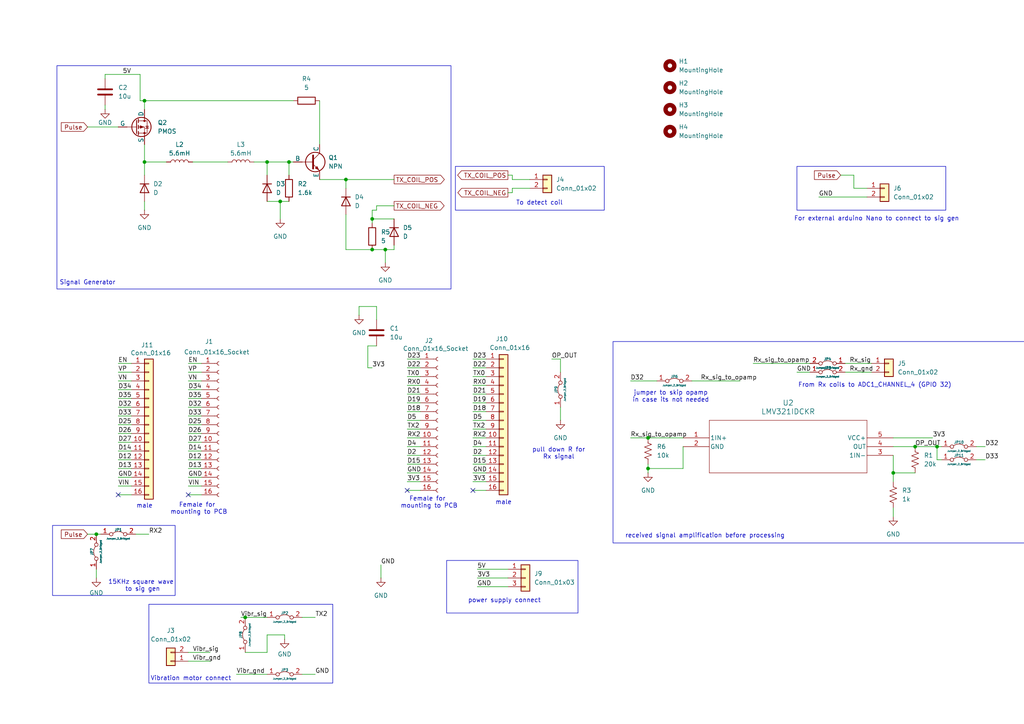
<source format=kicad_sch>
(kicad_sch (version 20231120) (generator "eeschema") (generator_version "8.0")
  (paper "A4")
  (lib_symbols
    (symbol "Connector:Conn_01x16_Socket" (pin_names (offset 1.016) hide)
      (property "Reference" "J" (at 0 20.32 0))
      (property "Value" "Conn_01x16_Socket" (at 0 -22.86 0))
      (symbol "Conn_01x16_Socket_1_1"
        (arc (start 0 -19.812) (mid -0.5058 -20.32) (end 0 -20.828) (stroke (width 0.1524)))
        (arc (start 0 -17.272) (mid -0.5058 -17.78) (end 0 -18.288) (stroke (width 0.1524)))
        (arc (start 0 -14.732) (mid -0.5058 -15.24) (end 0 -15.748) (stroke (width 0.1524)))
        (arc (start 0 -12.192) (mid -0.5058 -12.7) (end 0 -13.208) (stroke (width 0.1524)))
        (arc (start 0 -9.652) (mid -0.5058 -10.16) (end 0 -10.668) (stroke (width 0.1524)))
        (arc (start 0 -7.112) (mid -0.5058 -7.62) (end 0 -8.128) (stroke (width 0.1524)))
        (arc (start 0 -4.572) (mid -0.5058 -5.08) (end 0 -5.588) (stroke (width 0.1524)))
        (arc (start 0 -2.032) (mid -0.5058 -2.54) (end 0 -3.048) (stroke (width 0.1524)))
        (polyline (pts (xy -1.27 -20.32) (xy -0.508 -20.32)) (stroke (width 0.1524)))
        (polyline (pts (xy -1.27 -17.78) (xy -0.508 -17.78)) (stroke (width 0.1524)))
        (polyline (pts (xy -1.27 -15.24) (xy -0.508 -15.24)) (stroke (width 0.1524)))
        (polyline (pts (xy -1.27 -12.7) (xy -0.508 -12.7)) (stroke (width 0.1524)))
        (polyline (pts (xy -1.27 -10.16) (xy -0.508 -10.16)) (stroke (width 0.1524)))
        (polyline (pts (xy -1.27 -7.62) (xy -0.508 -7.62)) (stroke (width 0.1524)))
        (polyline (pts (xy -1.27 -5.08) (xy -0.508 -5.08)) (stroke (width 0.1524)))
        (polyline (pts (xy -1.27 -2.54) (xy -0.508 -2.54)) (stroke (width 0.1524)))
        (polyline (pts (xy -1.27 0) (xy -0.508 0)) (stroke (width 0.1524)))
        (polyline (pts (xy -1.27 2.54) (xy -0.508 2.54)) (stroke (width 0.1524)))
        (polyline (pts (xy -1.27 5.08) (xy -0.508 5.08)) (stroke (width 0.1524)))
        (polyline (pts (xy -1.27 7.62) (xy -0.508 7.62)) (stroke (width 0.1524)))
        (polyline (pts (xy -1.27 10.16) (xy -0.508 10.16)) (stroke (width 0.1524)))
        (polyline (pts (xy -1.27 12.7) (xy -0.508 12.7)) (stroke (width 0.1524)))
        (polyline (pts (xy -1.27 15.24) (xy -0.508 15.24)) (stroke (width 0.1524)))
        (polyline (pts (xy -1.27 17.78) (xy -0.508 17.78)) (stroke (width 0.1524)))
        (arc (start 0 0.508) (mid -0.5058 0) (end 0 -0.508) (stroke (width 0.1524)))
        (arc (start 0 3.048) (mid -0.5058 2.54) (end 0 2.032) (stroke (width 0.1524)))
        (arc (start 0 5.588) (mid -0.5058 5.08) (end 0 4.572) (stroke (width 0.1524)))
        (arc (start 0 8.128) (mid -0.5058 7.62) (end 0 7.112) (stroke (width 0.1524)))
        (arc (start 0 10.668) (mid -0.5058 10.16) (end 0 9.652) (stroke (width 0.1524)))
        (arc (start 0 13.208) (mid -0.5058 12.7) (end 0 12.192) (stroke (width 0.1524)))
        (arc (start 0 15.748) (mid -0.5058 15.24) (end 0 14.732) (stroke (width 0.1524)))
        (arc (start 0 18.288) (mid -0.5058 17.78) (end 0 17.272) (stroke (width 0.1524)))
        (pin passive line (at -5.08 17.78 0) (length 3.81) (name "Pin_1") (number "1"))
        (pin passive line (at -5.08 -5.08 0) (length 3.81) (name "Pin_10") (number "10"))
        (pin passive line (at -5.08 -7.62 0) (length 3.81) (name "Pin_11") (number "11"))
        (pin passive line (at -5.08 -10.16 0) (length 3.81) (name "Pin_12") (number "12"))
        (pin passive line (at -5.08 -12.7 0) (length 3.81) (name "Pin_13") (number "13"))
        (pin passive line (at -5.08 -15.24 0) (length 3.81) (name "Pin_14") (number "14"))
        (pin passive line (at -5.08 -17.78 0) (length 3.81) (name "Pin_15") (number "15"))
        (pin passive line (at -5.08 -20.32 0) (length 3.81) (name "Pin_16") (number "16"))
        (pin passive line (at -5.08 15.24 0) (length 3.81) (name "Pin_2") (number "2"))
        (pin passive line (at -5.08 12.7 0) (length 3.81) (name "Pin_3") (number "3"))
        (pin passive line (at -5.08 10.16 0) (length 3.81) (name "Pin_4") (number "4"))
        (pin passive line (at -5.08 7.62 0) (length 3.81) (name "Pin_5") (number "5"))
        (pin passive line (at -5.08 5.08 0) (length 3.81) (name "Pin_6") (number "6"))
        (pin passive line (at -5.08 2.54 0) (length 3.81) (name "Pin_7") (number "7"))
        (pin passive line (at -5.08 0 0) (length 3.81) (name "Pin_8") (number "8"))
        (pin passive line (at -5.08 -2.54 0) (length 3.81) (name "Pin_9") (number "9"))
      )
    )
    (symbol "Connector_Generic:Conn_01x02" (pin_names (offset 1.016) hide)
      (property "Reference" "J" (at 0 2.54 0))
      (property "Value" "Conn_01x02" (at 0 -5.08 0))
      (symbol "Conn_01x02_1_1"
        (rectangle (start -1.27 -2.413) (end 0 -2.667) (stroke (width 0.1524)))
        (rectangle (start -1.27 0.127) (end 0 -0.127) (stroke (width 0.1524)))
        (rectangle (start -1.27 1.27) (end 1.27 -3.81) (stroke (width 0.254)) (fill (type background)))
        (pin passive line (at -5.08 0 0) (length 3.81) (name "Pin_1") (number "1"))
        (pin passive line (at -5.08 -2.54 0) (length 3.81) (name "Pin_2") (number "2"))
      )
    )
    (symbol "Connector_Generic:Conn_01x03" (pin_names (offset 1.016) hide)
      (property "Reference" "J" (at 0 5.08 0))
      (property "Value" "Conn_01x03" (at 0 -5.08 0))
      (symbol "Conn_01x03_1_1"
        (rectangle (start -1.27 -2.413) (end 0 -2.667) (stroke (width 0.1524)))
        (rectangle (start -1.27 0.127) (end 0 -0.127) (stroke (width 0.1524)))
        (rectangle (start -1.27 2.667) (end 0 2.413) (stroke (width 0.1524)))
        (rectangle (start -1.27 3.81) (end 1.27 -3.81) (stroke (width 0.254)) (fill (type background)))
        (pin passive line (at -5.08 2.54 0) (length 3.81) (name "Pin_1") (number "1"))
        (pin passive line (at -5.08 0 0) (length 3.81) (name "Pin_2") (number "2"))
        (pin passive line (at -5.08 -2.54 0) (length 3.81) (name "Pin_3") (number "3"))
      )
    )
    (symbol "Connector_Generic:Conn_01x16" (pin_names (offset 1.016) hide)
      (property "Reference" "J" (at 0 20.32 0))
      (property "Value" "Conn_01x16" (at 0 -22.86 0))
      (symbol "Conn_01x16_1_1"
        (rectangle (start -1.27 -20.193) (end 0 -20.447) (stroke (width 0.1524)))
        (rectangle (start -1.27 -17.653) (end 0 -17.907) (stroke (width 0.1524)))
        (rectangle (start -1.27 -15.113) (end 0 -15.367) (stroke (width 0.1524)))
        (rectangle (start -1.27 -12.573) (end 0 -12.827) (stroke (width 0.1524)))
        (rectangle (start -1.27 -10.033) (end 0 -10.287) (stroke (width 0.1524)))
        (rectangle (start -1.27 -7.493) (end 0 -7.747) (stroke (width 0.1524)))
        (rectangle (start -1.27 -4.953) (end 0 -5.207) (stroke (width 0.1524)))
        (rectangle (start -1.27 -2.413) (end 0 -2.667) (stroke (width 0.1524)))
        (rectangle (start -1.27 0.127) (end 0 -0.127) (stroke (width 0.1524)))
        (rectangle (start -1.27 2.667) (end 0 2.413) (stroke (width 0.1524)))
        (rectangle (start -1.27 5.207) (end 0 4.953) (stroke (width 0.1524)))
        (rectangle (start -1.27 7.747) (end 0 7.493) (stroke (width 0.1524)))
        (rectangle (start -1.27 10.287) (end 0 10.033) (stroke (width 0.1524)))
        (rectangle (start -1.27 12.827) (end 0 12.573) (stroke (width 0.1524)))
        (rectangle (start -1.27 15.367) (end 0 15.113) (stroke (width 0.1524)))
        (rectangle (start -1.27 17.907) (end 0 17.653) (stroke (width 0.1524)))
        (rectangle (start -1.27 19.05) (end 1.27 -21.59) (stroke (width 0.254)) (fill (type background)))
        (pin passive line (at -5.08 17.78 0) (length 3.81) (name "Pin_1") (number "1"))
        (pin passive line (at -5.08 -5.08 0) (length 3.81) (name "Pin_10") (number "10"))
        (pin passive line (at -5.08 -7.62 0) (length 3.81) (name "Pin_11") (number "11"))
        (pin passive line (at -5.08 -10.16 0) (length 3.81) (name "Pin_12") (number "12"))
        (pin passive line (at -5.08 -12.7 0) (length 3.81) (name "Pin_13") (number "13"))
        (pin passive line (at -5.08 -15.24 0) (length 3.81) (name "Pin_14") (number "14"))
        (pin passive line (at -5.08 -17.78 0) (length 3.81) (name "Pin_15") (number "15"))
        (pin passive line (at -5.08 -20.32 0) (length 3.81) (name "Pin_16") (number "16"))
        (pin passive line (at -5.08 15.24 0) (length 3.81) (name "Pin_2") (number "2"))
        (pin passive line (at -5.08 12.7 0) (length 3.81) (name "Pin_3") (number "3"))
        (pin passive line (at -5.08 10.16 0) (length 3.81) (name "Pin_4") (number "4"))
        (pin passive line (at -5.08 7.62 0) (length 3.81) (name "Pin_5") (number "5"))
        (pin passive line (at -5.08 5.08 0) (length 3.81) (name "Pin_6") (number "6"))
        (pin passive line (at -5.08 2.54 0) (length 3.81) (name "Pin_7") (number "7"))
        (pin passive line (at -5.08 0 0) (length 3.81) (name "Pin_8") (number "8"))
        (pin passive line (at -5.08 -2.54 0) (length 3.81) (name "Pin_9") (number "9"))
      )
    )
    (symbol "Device:C" (pin_numbers hide) (pin_names (offset 0.254))
      (property "Reference" "C" (at 0.635 2.54 0))
      (property "Value" "C" (at 0.635 -2.54 0))
      (symbol "C_0_1"
        (polyline (pts (xy -2.032 -0.762) (xy 2.032 -0.762)) (stroke (width 0.508)))
        (polyline (pts (xy -2.032 0.762) (xy 2.032 0.762)) (stroke (width 0.508)))
      )
      (symbol "C_1_1"
        (pin passive line (at 0 3.81 270) (length 2.794) (name "~") (number "1"))
        (pin passive line (at 0 -3.81 90) (length 2.794) (name "~") (number "2"))
      )
    )
    (symbol "Device:D" (pin_numbers hide) (pin_names (offset 1.016) hide)
      (property "Reference" "D" (at 0 2.54 0))
      (property "Value" "D" (at 0 -2.54 0))
      (symbol "D_0_1"
        (polyline (pts (xy -1.27 1.27) (xy -1.27 -1.27)) (stroke (width 0.254)))
        (polyline (pts (xy 1.27 0) (xy -1.27 0)))
        (polyline (pts (xy 1.27 1.27) (xy 1.27 -1.27) (xy -1.27 0) (xy 1.27 1.27)) (stroke (width 0.254)))
      )
      (symbol "D_1_1"
        (pin passive line (at -3.81 0 0) (length 2.54) (name "K") (number "1"))
        (pin passive line (at 3.81 0 180) (length 2.54) (name "A") (number "2"))
      )
    )
    (symbol "Device:L" (pin_numbers hide) (pin_names (offset 1.016) hide)
      (property "Reference" "L" (at -1.27 0 90))
      (property "Value" "L" (at 1.905 0 90))
      (symbol "L_0_1"
        (arc (start 0 -2.54) (mid 0.6323 -1.905) (end 0 -1.27))
        (arc (start 0 -1.27) (mid 0.6323 -0.635) (end 0 0))
        (arc (start 0 0) (mid 0.6323 0.635) (end 0 1.27))
        (arc (start 0 1.27) (mid 0.6323 1.905) (end 0 2.54))
      )
      (symbol "L_1_1"
        (pin passive line (at 0 3.81 270) (length 1.27) (name "1") (number "1"))
        (pin passive line (at 0 -3.81 90) (length 1.27) (name "2") (number "2"))
      )
    )
    (symbol "Device:R" (pin_numbers hide) (pin_names (offset 0))
      (property "Reference" "R" (at 2.032 0 90))
      (property "Value" "R" (at 0 0 90))
      (symbol "R_0_1"
        (rectangle (start -1.016 -2.54) (end 1.016 2.54) (stroke (width 0.254)))
      )
      (symbol "R_1_1"
        (pin passive line (at 0 3.81 270) (length 1.27) (name "~") (number "1"))
        (pin passive line (at 0 -3.81 90) (length 1.27) (name "~") (number "2"))
      )
    )
    (symbol "Device:R_US" (pin_numbers hide) (pin_names (offset 0))
      (property "Reference" "R" (at 2.54 0 90))
      (property "Value" "R_US" (at -2.54 0 90))
      (symbol "R_US_0_1"
        (polyline (pts (xy 0 -2.286) (xy 0 -2.54)))
        (polyline (pts (xy 0 2.286) (xy 0 2.54)))
        (polyline (pts (xy 0 -0.762) (xy 1.016 -1.143) (xy 0 -1.524) (xy -1.016 -1.905) (xy 0 -2.286)))
        (polyline (pts (xy 0 0.762) (xy 1.016 0.381) (xy 0 0) (xy -1.016 -0.381) (xy 0 -0.762)))
        (polyline (pts (xy 0 2.286) (xy 1.016 1.905) (xy 0 1.524) (xy -1.016 1.143) (xy 0 0.762)))
      )
      (symbol "R_US_1_1"
        (pin passive line (at 0 3.81 270) (length 1.27) (name "~") (number "1"))
        (pin passive line (at 0 -3.81 90) (length 1.27) (name "~") (number "2"))
      )
    )
    (symbol "Jumper:Jumper_2_Bridged" (pin_names (offset 0) hide)
      (property "Reference" "JP" (at 0 1.905 0))
      (property "Value" "Jumper_2_Bridged" (at 0 -2.54 0))
      (symbol "Jumper_2_Bridged_0_0"
        (circle (center -2.032 0) (radius 0.508))
        (circle (center 2.032 0) (radius 0.508))
      )
      (symbol "Jumper_2_Bridged_0_1"
        (arc (start 1.524 0.254) (mid 0 0.762) (end -1.524 0.254))
      )
      (symbol "Jumper_2_Bridged_1_1"
        (pin passive line (at -5.08 0 0) (length 2.54) (name "A") (number "1"))
        (pin passive line (at 5.08 0 180) (length 2.54) (name "B") (number "2"))
      )
    )
    (symbol "Mechanical:MountingHole" (pin_names (offset 1.016)) (exclude_from_sim yes) (in_bom no)
      (property "Reference" "H" (at 0 5.08 0))
      (property "Value" "MountingHole" (at 0 3.175 0))
      (symbol "MountingHole_0_1"
        (circle (center 0 0) (radius 1.27) (stroke (width 1.27)))
      )
    )
    (symbol "Simulation_SPICE:NPN" (pin_numbers hide) (pin_names (offset 0))
      (property "Reference" "Q" (at -2.54 7.62 0))
      (property "Value" "NPN" (at -2.54 5.08 0))
      (symbol "NPN_0_1"
        (polyline (pts (xy -2.54 0) (xy 0.635 0)) (stroke (width 0.1524)))
        (polyline (pts (xy 0.635 0.635) (xy 2.54 2.54)))
        (polyline (pts (xy 2.794 -1.27) (xy 2.794 -1.27)) (stroke (width 0.1524)))
        (polyline (pts (xy 2.794 -1.27) (xy 2.794 -1.27)) (stroke (width 0.1524)))
        (polyline (pts (xy 0.635 -0.635) (xy 2.54 -2.54) (xy 2.54 -2.54)))
        (polyline (pts (xy 0.635 1.905) (xy 0.635 -1.905) (xy 0.635 -1.905)) (stroke (width 0.508)))
        (polyline (pts (xy 1.27 -1.778) (xy 1.778 -1.27) (xy 2.286 -2.286) (xy 1.27 -1.778) (xy 1.27 -1.778)) (fill (type outline)))
        (circle (center 1.27 0) (radius 2.8194) (stroke (width 0.254)))
      )
      (symbol "NPN_1_1"
        (pin open_collector line (at 2.54 5.08 270) (length 2.54) (name "C") (number "1"))
        (pin input line (at -5.08 0 0) (length 2.54) (name "B") (number "2"))
        (pin open_emitter line (at 2.54 -5.08 90) (length 2.54) (name "E") (number "3"))
      )
    )
    (symbol "Simulation_SPICE:PMOS" (pin_numbers hide) (pin_names (offset 0))
      (property "Reference" "Q" (at 5.08 1.27 0))
      (property "Value" "PMOS" (at 5.08 -1.27 0))
      (symbol "PMOS_0_1"
        (polyline (pts (xy 0.254 0) (xy -2.54 0)))
        (polyline (pts (xy 0.254 1.905) (xy 0.254 -1.905)) (stroke (width 0.254)))
        (polyline (pts (xy 0.762 -1.27) (xy 0.762 -2.286)) (stroke (width 0.254)))
        (polyline (pts (xy 0.762 0.508) (xy 0.762 -0.508)) (stroke (width 0.254)))
        (polyline (pts (xy 0.762 2.286) (xy 0.762 1.27)) (stroke (width 0.254)))
        (polyline (pts (xy 2.54 2.54) (xy 2.54 1.778)))
        (polyline (pts (xy 2.54 -2.54) (xy 2.54 0) (xy 0.762 0)))
        (polyline (pts (xy 0.762 1.778) (xy 3.302 1.778) (xy 3.302 -1.778) (xy 0.762 -1.778)))
        (polyline (pts (xy 2.286 0) (xy 1.27 0.381) (xy 1.27 -0.381) (xy 2.286 0)) (fill (type outline)))
        (polyline (pts (xy 2.794 -0.508) (xy 2.921 -0.381) (xy 3.683 -0.381) (xy 3.81 -0.254)))
        (polyline (pts (xy 3.302 -0.381) (xy 2.921 0.254) (xy 3.683 0.254) (xy 3.302 -0.381)))
        (circle (center 1.651 0) (radius 2.794) (stroke (width 0.254)))
        (circle (center 2.54 -1.778) (radius 0.254) (fill (type outline)))
        (circle (center 2.54 1.778) (radius 0.254) (fill (type outline)))
      )
      (symbol "PMOS_1_1"
        (pin passive line (at 2.54 5.08 270) (length 2.54) (name "D") (number "1"))
        (pin input line (at -5.08 0 0) (length 2.54) (name "G") (number "2"))
        (pin passive line (at 2.54 -5.08 90) (length 2.54) (name "S") (number "3"))
      )
    )
    (symbol "opamp_5pin:LMV321IDCKR" (pin_names (offset 0.254))
      (property "Reference" "U" (at 30.48 10.16 0))
      (property "Value" "LMV321IDCKR" (at 30.48 7.62 0))
      (symbol "LMV321IDCKR_0_1"
        (polyline (pts (xy 7.62 -10.16) (xy 53.34 -10.16)) (stroke (width 0.127)))
        (polyline (pts (xy 7.62 5.08) (xy 7.62 -10.16)) (stroke (width 0.127)))
        (polyline (pts (xy 53.34 -10.16) (xy 53.34 5.08)) (stroke (width 0.127)))
        (polyline (pts (xy 53.34 5.08) (xy 7.62 5.08)) (stroke (width 0.127)))
        (pin input line (at 0 0 0) (length 7.62) (name "1IN+") (number "1"))
        (pin power_in line (at 0 -2.54 0) (length 7.62) (name "GND") (number "2"))
        (pin input line (at 60.96 -5.08 180) (length 7.62) (name "1IN-") (number "3"))
        (pin output line (at 60.96 -2.54 180) (length 7.62) (name "OUT") (number "4"))
        (pin power_in line (at 60.96 0 180) (length 7.62) (name "VCC+") (number "5"))
      )
    )
    (symbol "power:GND" (power) (pin_numbers hide) (pin_names (offset 0) hide)
      (property "Value" "GND" (at 0 -3.81 0))
      (symbol "GND_0_1"
        (polyline (pts (xy 0 0) (xy 0 -1.27) (xy 1.27 -1.27) (xy 0 -2.54) (xy -1.27 -1.27) (xy 0 -1.27)))
      )
      (symbol "GND_1_1"
        (pin power_in line (at 0 0 270) (length 0) (name "~") (number "1"))
      )
    )
  )
  (junction (at 107.95 63.5))
  (junction (at 107.95 72.39))
  (junction (at 81.28 58.42))
  (junction (at 41.91 29.21))
  (junction (at 27.94 154.94))
  (junction (at 265.43 129.54))
  (junction (at 83.82 46.99))
  (junction (at 71.12 179.07))
  (junction (at 41.91 46.99))
  (junction (at 111.76 72.39))
  (junction (at 271.78 129.54))
  (junction (at 100.33 52.07))
  (junction (at 187.96 127))
  (junction (at 77.47 46.99))
  (junction (at 259.08 137.16))
  (junction (at 187.96 135.89))
  (no_connect (at 118.11 142.24))
  (no_connect (at 137.16 142.24))
  (no_connect (at 54.61 143.51))
  (no_connect (at 34.29 143.51))
  (wire (pts (xy 77.47 46.99) (xy 83.82 46.99)))
  (wire (pts (xy 148.59 52.07) (xy 153.67 52.07)))
  (wire (pts (xy 109.22 100.33) (xy 106.68 100.33)))
  (wire (pts (xy 41.91 29.21) (xy 85.09 29.21)))
  (wire (pts (xy 54.61 135.89) (xy 58.42 135.89)))
  (wire (pts (xy 54.61 123.19) (xy 58.42 123.19)))
  (wire (pts (xy 107.95 63.5) (xy 114.3 63.5)))
  (wire (pts (xy 200.66 110.49) (xy 214.63 110.49)))
  (wire (pts (xy 106.68 106.68) (xy 107.95 106.68)))
  (wire (pts (xy 82.55 184.15) (xy 82.55 185.42)))
  (wire (pts (xy 109.22 60.96) (xy 109.22 59.69)))
  (wire (pts (xy 271.78 129.54) (xy 273.05 129.54)))
  (wire (pts (xy 137.16 132.08) (xy 140.97 132.08)))
  (wire (pts (xy 118.11 106.68) (xy 121.92 106.68)))
  (wire (pts (xy 25.4 154.94) (xy 27.94 154.94)))
  (wire (pts (xy 107.95 72.39) (xy 111.76 72.39)))
  (wire (pts (xy 34.29 133.35) (xy 38.1 133.35)))
  (wire (pts (xy 118.11 111.76) (xy 121.92 111.76)))
  (wire (pts (xy 34.29 125.73) (xy 38.1 125.73)))
  (wire (pts (xy 34.29 128.27) (xy 38.1 128.27)))
  (wire (pts (xy 71.12 179.07) (xy 77.47 179.07)))
  (wire (pts (xy 34.29 105.41) (xy 38.1 105.41)))
  (wire (pts (xy 118.11 129.54) (xy 121.92 129.54)))
  (wire (pts (xy 54.61 138.43) (xy 58.42 138.43)))
  (wire (pts (xy 148.59 55.88) (xy 148.59 54.61)))
  (wire (pts (xy 34.29 107.95) (xy 38.1 107.95)))
  (wire (pts (xy 259.08 129.54) (xy 265.43 129.54)))
  (wire (pts (xy 137.16 121.92) (xy 140.97 121.92)))
  (wire (pts (xy 41.91 31.75) (xy 41.91 29.21)))
  (wire (pts (xy 34.29 138.43) (xy 38.1 138.43)))
  (wire (pts (xy 111.76 72.39) (xy 111.76 76.2)))
  (wire (pts (xy 162.56 107.95) (xy 162.56 104.14)))
  (wire (pts (xy 198.12 129.54) (xy 198.12 135.89)))
  (wire (pts (xy 182.88 127) (xy 187.96 127)))
  (wire (pts (xy 137.16 127) (xy 140.97 127)))
  (wire (pts (xy 265.43 137.16) (xy 259.08 137.16)))
  (wire (pts (xy 30.48 22.86) (xy 30.48 21.59)))
  (wire (pts (xy 138.43 165.1) (xy 147.32 165.1)))
  (wire (pts (xy 40.64 29.21) (xy 41.91 29.21)))
  (wire (pts (xy 34.29 36.83) (xy 25.4 36.83)))
  (wire (pts (xy 118.11 104.14) (xy 121.92 104.14)))
  (wire (pts (xy 30.48 21.59) (xy 40.64 21.59)))
  (wire (pts (xy 247.65 50.8) (xy 247.65 54.61)))
  (wire (pts (xy 137.16 137.16) (xy 140.97 137.16)))
  (wire (pts (xy 118.11 109.22) (xy 121.92 109.22)))
  (wire (pts (xy 182.88 110.49) (xy 190.5 110.49)))
  (wire (pts (xy 147.32 55.88) (xy 148.59 55.88)))
  (wire (pts (xy 162.56 118.11) (xy 162.56 121.92)))
  (wire (pts (xy 283.21 133.35) (xy 285.75 133.35)))
  (wire (pts (xy 187.96 127) (xy 198.12 127)))
  (wire (pts (xy 68.58 195.58) (xy 77.47 195.58)))
  (wire (pts (xy 77.47 189.23) (xy 77.47 184.15)))
  (wire (pts (xy 237.49 57.15) (xy 251.46 57.15)))
  (wire (pts (xy 109.22 88.9) (xy 104.14 88.9)))
  (wire (pts (xy 77.47 58.42) (xy 81.28 58.42)))
  (wire (pts (xy 259.08 147.32) (xy 259.08 149.86)))
  (wire (pts (xy 73.66 46.99) (xy 77.47 46.99)))
  (wire (pts (xy 137.16 134.62) (xy 140.97 134.62)))
  (wire (pts (xy 77.47 46.99) (xy 77.47 50.8)))
  (wire (pts (xy 106.68 100.33) (xy 106.68 106.68)))
  (wire (pts (xy 247.65 54.61) (xy 251.46 54.61)))
  (wire (pts (xy 104.14 88.9) (xy 104.14 91.44)))
  (wire (pts (xy 34.29 130.81) (xy 38.1 130.81)))
  (wire (pts (xy 34.29 110.49) (xy 38.1 110.49)))
  (wire (pts (xy 259.08 132.08) (xy 259.08 137.16)))
  (wire (pts (xy 81.28 58.42) (xy 81.28 63.5)))
  (wire (pts (xy 27.94 154.94) (xy 29.21 154.94)))
  (wire (pts (xy 54.61 113.03) (xy 58.42 113.03)))
  (wire (pts (xy 41.91 58.42) (xy 41.91 60.96)))
  (wire (pts (xy 87.63 179.07) (xy 91.44 179.07)))
  (wire (pts (xy 118.11 114.3) (xy 121.92 114.3)))
  (wire (pts (xy 137.16 111.76) (xy 140.97 111.76)))
  (wire (pts (xy 110.49 163.83) (xy 110.49 167.64)))
  (wire (pts (xy 109.22 92.71) (xy 109.22 88.9)))
  (wire (pts (xy 137.16 119.38) (xy 140.97 119.38)))
  (wire (pts (xy 137.16 116.84) (xy 140.97 116.84)))
  (wire (pts (xy 54.61 107.95) (xy 58.42 107.95)))
  (wire (pts (xy 259.08 127) (xy 270.51 127)))
  (wire (pts (xy 54.61 128.27) (xy 58.42 128.27)))
  (wire (pts (xy 54.61 130.81) (xy 58.42 130.81)))
  (wire (pts (xy 243.84 50.8) (xy 247.65 50.8)))
  (wire (pts (xy 245.11 105.41) (xy 252.73 105.41)))
  (wire (pts (xy 92.71 29.21) (xy 92.71 41.91)))
  (wire (pts (xy 118.11 139.7) (xy 121.92 139.7)))
  (wire (pts (xy 259.08 137.16) (xy 259.08 139.7)))
  (wire (pts (xy 27.94 165.1) (xy 27.94 167.64)))
  (wire (pts (xy 148.59 50.8) (xy 148.59 52.07)))
  (wire (pts (xy 71.12 189.23) (xy 77.47 189.23)))
  (wire (pts (xy 118.11 116.84) (xy 121.92 116.84)))
  (wire (pts (xy 138.43 170.18) (xy 147.32 170.18)))
  (wire (pts (xy 54.61 143.51) (xy 58.42 143.51)))
  (wire (pts (xy 148.59 54.61) (xy 153.67 54.61)))
  (wire (pts (xy 265.43 129.54) (xy 271.78 129.54)))
  (wire (pts (xy 107.95 64.77) (xy 107.95 63.5)))
  (wire (pts (xy 273.05 133.35) (xy 271.78 133.35)))
  (wire (pts (xy 137.16 124.46) (xy 140.97 124.46)))
  (wire (pts (xy 54.61 120.65) (xy 58.42 120.65)))
  (wire (pts (xy 41.91 46.99) (xy 41.91 50.8)))
  (wire (pts (xy 34.29 140.97) (xy 38.1 140.97)))
  (wire (pts (xy 118.11 121.92) (xy 121.92 121.92)))
  (wire (pts (xy 118.11 134.62) (xy 121.92 134.62)))
  (wire (pts (xy 118.11 142.24) (xy 121.92 142.24)))
  (wire (pts (xy 34.29 135.89) (xy 38.1 135.89)))
  (wire (pts (xy 87.63 195.58) (xy 91.44 195.58)))
  (wire (pts (xy 118.11 127) (xy 121.92 127)))
  (wire (pts (xy 54.61 118.11) (xy 58.42 118.11)))
  (wire (pts (xy 100.33 72.39) (xy 107.95 72.39)))
  (wire (pts (xy 40.64 21.59) (xy 40.64 29.21)))
  (wire (pts (xy 81.28 58.42) (xy 83.82 58.42)))
  (wire (pts (xy 41.91 41.91) (xy 41.91 46.99)))
  (wire (pts (xy 137.16 129.54) (xy 140.97 129.54)))
  (wire (pts (xy 107.95 60.96) (xy 109.22 60.96)))
  (wire (pts (xy 34.29 143.51) (xy 38.1 143.51)))
  (wire (pts (xy 34.29 115.57) (xy 38.1 115.57)))
  (wire (pts (xy 137.16 142.24) (xy 140.97 142.24)))
  (wire (pts (xy 34.29 118.11) (xy 38.1 118.11)))
  (wire (pts (xy 114.3 71.12) (xy 114.3 72.39)))
  (wire (pts (xy 137.16 104.14) (xy 140.97 104.14)))
  (wire (pts (xy 54.61 133.35) (xy 58.42 133.35)))
  (wire (pts (xy 107.95 60.96) (xy 107.95 63.5)))
  (wire (pts (xy 137.16 114.3) (xy 140.97 114.3)))
  (wire (pts (xy 100.33 54.61) (xy 100.33 52.07)))
  (wire (pts (xy 109.22 59.69) (xy 114.3 59.69)))
  (wire (pts (xy 231.14 107.95) (xy 234.95 107.95)))
  (wire (pts (xy 245.11 107.95) (xy 252.73 107.95)))
  (wire (pts (xy 54.61 189.23) (xy 60.96 189.23)))
  (wire (pts (xy 54.61 191.77) (xy 60.96 191.77)))
  (wire (pts (xy 54.61 140.97) (xy 58.42 140.97)))
  (wire (pts (xy 83.82 46.99) (xy 85.09 46.99)))
  (wire (pts (xy 218.44 105.41) (xy 234.95 105.41)))
  (wire (pts (xy 100.33 62.23) (xy 100.33 72.39)))
  (wire (pts (xy 198.12 135.89) (xy 187.96 135.89)))
  (wire (pts (xy 39.37 154.94) (xy 43.18 154.94)))
  (wire (pts (xy 30.48 30.48) (xy 30.48 31.75)))
  (wire (pts (xy 137.16 139.7) (xy 140.97 139.7)))
  (wire (pts (xy 100.33 52.07) (xy 114.3 52.07)))
  (wire (pts (xy 111.76 72.39) (xy 114.3 72.39)))
  (wire (pts (xy 283.21 129.54) (xy 285.75 129.54)))
  (wire (pts (xy 69.85 179.07) (xy 71.12 179.07)))
  (wire (pts (xy 118.11 137.16) (xy 121.92 137.16)))
  (wire (pts (xy 118.11 132.08) (xy 121.92 132.08)))
  (wire (pts (xy 77.47 184.15) (xy 82.55 184.15)))
  (wire (pts (xy 118.11 124.46) (xy 121.92 124.46)))
  (wire (pts (xy 271.78 129.54) (xy 271.78 133.35)))
  (wire (pts (xy 54.61 105.41) (xy 58.42 105.41)))
  (wire (pts (xy 34.29 123.19) (xy 38.1 123.19)))
  (wire (pts (xy 92.71 52.07) (xy 100.33 52.07)))
  (wire (pts (xy 41.91 46.99) (xy 48.26 46.99)))
  (wire (pts (xy 187.96 135.89) (xy 187.96 137.16)))
  (wire (pts (xy 137.16 109.22) (xy 140.97 109.22)))
  (wire (pts (xy 54.61 110.49) (xy 58.42 110.49)))
  (wire (pts (xy 34.29 113.03) (xy 38.1 113.03)))
  (wire (pts (xy 147.32 50.8) (xy 148.59 50.8)))
  (wire (pts (xy 160.02 104.14) (xy 162.56 104.14)))
  (wire (pts (xy 55.88 46.99) (xy 66.04 46.99)))
  (wire (pts (xy 187.96 134.62) (xy 187.96 135.89)))
  (wire (pts (xy 137.16 106.68) (xy 140.97 106.68)))
  (wire (pts (xy 54.61 115.57) (xy 58.42 115.57)))
  (wire (pts (xy 83.82 46.99) (xy 83.82 50.8)))
  (wire (pts (xy 138.43 167.64) (xy 147.32 167.64)))
  (wire (pts (xy 34.29 120.65) (xy 38.1 120.65)))
  (wire (pts (xy 54.61 125.73) (xy 58.42 125.73)))
  (wire (pts (xy 118.11 119.38) (xy 121.92 119.38)))
  (rectangle (start 177.8 99.06) (end 299.72 157.48))
  (rectangle (start 129.54 162.56) (end 167.64 177.8))
  (rectangle (start 231.14 48.26) (end 274.32 60.96))
  (rectangle (start 15.24 152.4) (end 50.8 172.72))
  (rectangle (start 43.18 175.26) (end 96.52 198.12))
  (rectangle (start 16.51 19.05) (end 130.81 83.82))
  (rectangle (start 132.08 48.26) (end 175.26 60.96))
  (text "Female for \nmounting to PCB\n" (at 124.46 145.796 0) (effects (font (size 1.27 1.27))))
  (text "male\n" (at 146.05 145.796 0) (effects (font (size 1.27 1.27))))
  (text "To detect coil\n" (at 156.464 58.928 0) (effects (font (size 1.27 1.27))))
  (text "pull down R for\nRx signal\n" (at 162.052 131.572 0) (effects (font (size 1.27 1.27))))
  (text "For external arduino Nano to connect to sig gen" (at 254.254 63.5 0) (effects (font (size 1.27 1.27))))
  (text "From Rx coils to ADC1_CHANNEL_4 (GPIO 32)\n\n" (at 253.746 112.776 0) (effects (font (size 1.27 1.27))))
  (text "received signal amplification before processing\n" (at 204.47 155.448 0) (effects (font (size 1.27 1.27))))
  (text "Signal Generator\n" (at 25.4 82.042 0) (effects (font (size 1.27 1.27))))
  (text "jumper to skip opamp\nin case its not needed\n" (at 194.564 115.062 0) (effects (font (size 1.27 1.27))))
  (text "power supply connect\n\n" (at 146.304 175.26 0) (effects (font (size 1.27 1.27))))
  (text "Female for \nmounting to PCB\n" (at 57.658 147.574 0) (effects (font (size 1.27 1.27))))
  (text "15KHz square wave\n to sig gen\n" (at 40.894 169.926 0) (effects (font (size 1.27 1.27))))
  (text "Vibration motor connect\n" (at 55.372 196.85 0) (effects (font (size 1.27 1.27))))
  (text "male\n" (at 41.91 146.812 0) (effects (font (size 1.27 1.27))))
  (label "EN" (at 54.61 105.41 0))
  (label "D32" (at 182.88 110.49 0))
  (label "GND" (at 138.43 170.18 0))
  (label "OP_OUT" (at 160.02 104.14 0))
  (label "VP" (at 34.29 107.95 0))
  (label "TX2" (at 118.11 124.46 0))
  (label "GND" (at 137.16 137.16 0))
  (label "Vibr_sig" (at 55.88 189.23 0))
  (label "GND" (at 34.29 138.43 0))
  (label "GND" (at 54.61 138.43 0))
  (label "RX2" (at 137.16 127 0))
  (label "5V" (at 35.56 21.59 0))
  (label "D25" (at 34.29 123.19 0))
  (label "D22" (at 137.16 106.68 0))
  (label "D4" (at 137.16 129.54 0))
  (label "D5" (at 137.16 121.92 0))
  (label "Rx_sig_to_opamp" (at 203.2 110.49 0))
  (label "D19" (at 118.11 116.84 0))
  (label "GND" (at 91.44 195.58 0))
  (label "TX0" (at 137.16 109.22 0))
  (label "D32" (at 54.61 118.11 0))
  (label "3V3" (at 270.51 127 0))
  (label "3V3" (at 138.43 167.64 0))
  (label "OP_OUT" (at 265.43 129.54 0))
  (label "Vibr_sig" (at 69.85 179.07 0))
  (label "D18" (at 118.11 119.38 0))
  (label "D12" (at 54.61 133.35 0))
  (label "3V3" (at 107.95 106.68 0))
  (label "D14" (at 54.61 130.81 0))
  (label "D32" (at 285.75 129.54 0))
  (label "3V3" (at 118.11 139.7 0))
  (label "D13" (at 54.61 135.89 0))
  (label "D33" (at 34.29 120.65 0))
  (label "RX0" (at 137.16 111.76 0))
  (label "D2" (at 137.16 132.08 0))
  (label "Rx_sig_to_opamp" (at 182.88 127 0))
  (label "VIN" (at 34.29 140.97 0))
  (label "D34" (at 54.61 113.03 0))
  (label "D18" (at 137.16 119.38 0))
  (label "D26" (at 54.61 125.73 0))
  (label "D23" (at 118.11 104.14 0))
  (label "D2" (at 118.11 132.08 0))
  (label "VN" (at 54.61 110.49 0))
  (label "D21" (at 118.11 114.3 0))
  (label "D32" (at 34.29 118.11 0))
  (label "D13" (at 34.29 135.89 0))
  (label "GND" (at 237.49 57.15 0))
  (label "Rx_sig_to_opamp" (at 218.44 105.41 0))
  (label "5V" (at 138.43 165.1 0))
  (label "D15" (at 137.16 134.62 0))
  (label "TX2" (at 137.16 124.46 0))
  (label "VN" (at 34.29 110.49 0))
  (label "Rx_sig" (at 246.38 105.41 0))
  (label "RX2" (at 43.18 154.94 0))
  (label "D35" (at 54.61 115.57 0))
  (label "TX0" (at 118.11 109.22 0))
  (label "D23" (at 137.16 104.14 0))
  (label "GND" (at 118.11 137.16 0))
  (label "D14" (at 34.29 130.81 0))
  (label "Vibr_gnd" (at 68.58 195.58 0))
  (label "GND" (at 231.14 107.95 0))
  (label "D5" (at 118.11 121.92 0))
  (label "D22" (at 118.11 106.68 0))
  (label "D25" (at 54.61 123.19 0))
  (label "RX2" (at 118.11 127 0))
  (label "D19" (at 137.16 116.84 0))
  (label "D34" (at 34.29 113.03 0))
  (label "D33" (at 285.75 133.35 0))
  (label "D35" (at 34.29 115.57 0))
  (label "VP" (at 54.61 107.95 0))
  (label "D4" (at 118.11 129.54 0))
  (label "EN" (at 34.29 105.41 0))
  (label "D12" (at 34.29 133.35 0))
  (label "D27" (at 54.61 128.27 0))
  (label "GND" (at 110.49 163.83 0))
  (label "VIN" (at 54.61 140.97 0))
  (label "D27" (at 34.29 128.27 0))
  (label "RX0" (at 118.11 111.76 0))
  (label "Rx_gnd" (at 246.38 107.95 0))
  (label "D26" (at 34.29 125.73 0))
  (label "D21" (at 137.16 114.3 0))
  (label "3V3" (at 137.16 139.7 0))
  (label "Vibr_gnd" (at 55.88 191.77 0))
  (label "D15" (at 118.11 134.62 0))
  (label "D33" (at 54.61 120.65 0))
  (label "TX2" (at 91.44 179.07 0))
  (global_label "TX_COIL_POS" (shape output) (at 147.32 50.8 180) (property "Intersheetrefs" "${INTERSHEET_REFS}" (effects (hide yes))))
  (global_label "Pulse" (shape input) (at 243.84 50.8 180) (property "Intersheetrefs" "${INTERSHEET_REFS}" (effects (hide yes))))
  (global_label "TX_COIL_NEG" (shape output) (at 147.32 55.88 180) (property "Intersheetrefs" "${INTERSHEET_REFS}" (effects (hide yes))))
  (global_label "Pulse" (shape input) (at 25.4 36.83 180) (property "Intersheetrefs" "${INTERSHEET_REFS}" (effects (hide yes))))
  (global_label "TX_COIL_NEG" (shape output) (at 114.3 59.69 0) (property "Intersheetrefs" "${INTERSHEET_REFS}" (effects (hide yes))))
  (global_label "Pulse" (shape input) (at 25.4 154.94 180) (property "Intersheetrefs" "${INTERSHEET_REFS}" (effects (hide yes))))
  (global_label "TX_COIL_POS" (shape output) (at 114.3 52.07 0) (property "Intersheetrefs" "${INTERSHEET_REFS}" (effects (hide yes))))
  (symbol (lib_id "power:GND") (at 259.08 149.86 0) (unit 1)
    (property "Reference" "#PWR06" (effects (hide yes)))
    (property "Value" "GND" (at 259.08 154.94 0))
    (property "Description" "Power symbol creates a global label with name \"GND\" , ground" (effects (hide yes)))
  )
  (symbol (lib_id "power:GND") (at 30.48 31.75 0) (unit 1)
    (property "Reference" "#PWR010" (effects (hide yes)))
    (property "Value" "GND" (at 30.48 35.56 0))
    (property "Description" "Power symbol creates a global label with name \"GND\" , ground" (effects (hide yes)))
  )
  (symbol (lib_id "Device:D") (at 77.47 54.61 270) (unit 1)
    (property "Reference" "D3" (at 80.01 53.3399 90) (effects (justify left)))
    (property "Value" "D" (at 80.01 55.8799 90) (effects (justify left)))
    (property "Footprint" "Diode_SMD:D_1206_3216Metric" (effects (hide yes)))
    (property "Description" "Diode" (effects (hide yes)))
    (property "Sim.Device" "D" (effects (hide yes)))
    (property "Sim.Pins" "1=K 2=A" (effects (hide yes)))
  )
  (symbol (lib_id "Simulation_SPICE:PMOS") (at 39.37 36.83 0) (unit 1)
    (property "Reference" "Q2" (at 45.72 35.5599 0) (effects (justify left)))
    (property "Value" "PMOS" (at 45.72 38.0999 0) (effects (justify left)))
    (property "Footprint" "Package_TO_SOT_SMD:SOT-23" (effects (hide yes)))
    (property "Datasheet" "https://ngspice.sourceforge.io/docs/ngspice-html-manual/manual.xhtml#cha_MOSFETs" (effects (hide yes)))
    (property "Description" "P-MOSFET transistor, drain/source/gate" (effects (hide yes)))
    (property "Sim.Device" "PMOS" (effects (hide yes)))
    (property "Sim.Type" "VDMOS" (effects (hide yes)))
    (property "Sim.Pins" "1=D 2=G 3=S" (effects (hide yes)))
  )
  (symbol (lib_id "Simulation_SPICE:NPN") (at 90.17 46.99 0) (unit 1)
    (property "Reference" "Q1" (at 95.25 45.7199 0) (effects (justify left)))
    (property "Value" "NPN" (at 95.25 48.2599 0) (effects (justify left)))
    (property "Footprint" "Package_TO_SOT_SMD:SOT-23" (effects (hide yes)))
    (property "Datasheet" "https://ngspice.sourceforge.io/docs/ngspice-html-manual/manual.xhtml#cha_BJTs" (effects (hide yes)))
    (property "Description" "Bipolar transistor symbol for simulation only, substrate tied to the emitter" (effects (hide yes)))
    (property "Sim.Device" "NPN" (effects (hide yes)))
    (property "Sim.Type" "GUMMELPOON" (effects (hide yes)))
    (property "Sim.Pins" "1=C 2=B 3=E" (effects (hide yes)))
  )
  (symbol (lib_id "Device:R_US") (at 265.43 133.35 0) (unit 1)
    (property "Reference" "R1" (at 267.97 132.0799 0) (effects (justify left)))
    (property "Value" "20k" (at 267.97 134.6199 0) (effects (justify left)))
    (property "Footprint" "Resistor_SMD:R_0603_1608Metric_Pad0.98x0.95mm_HandSolder" (effects (hide yes)))
    (property "Datasheet" "https://www.digikey.com/en/products/detail/panasonic-electronic-components/ERJ-3EKF2002V/196202" (effects (hide yes)))
    (property "Description" "Resistor, US symbol" (effects (hide yes)))
  )
  (symbol (lib_id "power:GND") (at 110.49 167.64 0) (unit 1)
    (property "Reference" "#PWR04" (effects (hide yes)))
    (property "Value" "GND" (at 110.49 172.72 0))
    (property "Description" "Power symbol creates a global label with name \"GND\" , ground" (effects (hide yes)))
  )
  (symbol (lib_id "Connector_Generic:Conn_01x16") (at 146.05 121.92 0) (unit 1)
    (property "Reference" "J10" (at 143.764 98.298 0) (effects (justify left)))
    (property "Value" "Conn_01x16" (at 141.986 100.838 0) (effects (justify left)))
    (property "Footprint" "Connector_PinHeader_2.54mm:PinHeader_1x16_P2.54mm_Vertical" (effects (hide yes)))
    (property "Description" "Generic connector, single row, 01x16, script generated (kicad-library-utils/schlib/autogen/connector/)" (effects (hide yes)))
  )
  (symbol (lib_id "power:GND") (at 82.55 185.42 0) (unit 1)
    (property "Reference" "#PWR09" (effects (hide yes)))
    (property "Value" "GND" (at 82.55 189.738 0))
    (property "Description" "Power symbol creates a global label with name \"GND\" , ground" (effects (hide yes)))
  )
  (symbol (lib_id "Jumper:Jumper_2_Bridged") (at 27.94 160.02 90) (unit 1)
    (property "Reference" "JP7" (at 26.67 160.02 0) (effects (font (size 0.75 0.75))))
    (property "Value" "Jumper_2_Bridged" (at 29.21 160.02 0) (effects (font (size 0.5 0.5))))
    (property "Footprint" "Resistor_SMD:R_0603_1608Metric_Pad0.98x0.95mm_HandSolder" (effects (hide yes)))
    (property "Datasheet" "~https://www.seielect.com/catalog/sei-rmcf_rmcp.pdf" (effects (hide yes)))
    (property "comment" "https://www.digikey.com/en/products/detail/stackpole-electronics-inc/RMCF0603ZT0R00/1756908" (effects (hide yes)))
  )
  (symbol (lib_id "power:GND") (at 111.76 76.2 0) (unit 1)
    (property "Reference" "#PWR01" (effects (hide yes)))
    (property "Value" "GND" (at 111.76 81.28 0))
    (property "Description" "Power symbol creates a global label with name \"GND\" , ground" (effects (hide yes)))
  )
  (symbol (lib_id "Connector_Generic:Conn_01x02") (at 49.53 191.77 180) (unit 1)
    (property "Reference" "J3" (at 49.53 182.88 0))
    (property "Value" "Conn_01x02" (at 49.53 185.42 0))
    (property "Footprint" "Connector_PinHeader_2.54mm:PinHeader_1x02_P2.54mm_Vertical" (effects (hide yes)))
    (property "Description" "Generic connector, single row, 01x02, script generated (kicad-library-utils/schlib/autogen/connector/)" (effects (hide yes)))
  )
  (symbol (lib_id "Device:D") (at 100.33 58.42 270) (unit 1)
    (property "Reference" "D4" (at 102.87 57.1499 90) (effects (justify left)))
    (property "Value" "D" (at 102.87 59.6899 90) (effects (justify left)))
    (property "Footprint" "Diode_SMD:D_1206_3216Metric" (effects (hide yes)))
    (property "Description" "Diode" (effects (hide yes)))
    (property "Sim.Device" "D" (effects (hide yes)))
    (property "Sim.Pins" "1=K 2=A" (effects (hide yes)))
  )
  (symbol (lib_id "power:GND") (at 81.28 63.5 0) (unit 1)
    (property "Reference" "#PWR03" (effects (hide yes)))
    (property "Value" "GND" (at 81.28 68.58 0))
    (property "Description" "Power symbol creates a global label with name \"GND\" , ground" (effects (hide yes)))
  )
  (symbol (lib_id "Connector_Generic:Conn_01x03") (at 152.4 167.64 0) (unit 1)
    (property "Reference" "J9" (at 154.94 166.37 0) (effects (justify left)))
    (property "Value" "Conn_01x03" (at 154.94 168.91 0) (effects (justify left)))
    (property "Footprint" "Connector_PinHeader_2.54mm:PinHeader_1x03_P2.54mm_Vertical" (effects (hide yes)))
    (property "Datasheet" "https://www.we-online.com/components/products/datasheet/6130xx11121.pdf" (effects (hide yes)))
    (property "comment" "https://www.digikey.com/en/products/detail/w%C3%BCrth-elektronik/61300311121/4846825" (effects (hide yes)))
  )
  (symbol (lib_id "power:GND") (at 41.91 60.96 0) (unit 1)
    (property "Reference" "#PWR02" (effects (hide yes)))
    (property "Value" "GND" (at 41.91 66.04 0))
    (property "Description" "Power symbol creates a global label with name \"GND\" , ground" (effects (hide yes)))
  )
  (symbol (lib_id "Mechanical:MountingHole") (at 194.31 19.05 0) (unit 1) (exclude_from_sim yes) (in_bom no)
    (property "Reference" "H1" (at 196.85 17.7799 0) (effects (justify left)))
    (property "Value" "MountingHole" (at 196.85 20.3199 0) (effects (justify left)))
    (property "Footprint" "MountingHole:MountingHole_2.2mm_M2" (effects (hide yes)))
    (property "Description" "Mounting Hole without connection" (effects (hide yes)))
  )
  (symbol (lib_id "Connector_Generic:Conn_01x02") (at 158.75 52.07 0) (unit 1)
    (property "Reference" "J4" (at 161.29 52.0699 0) (effects (justify left)))
    (property "Value" "Conn_01x02" (at 161.29 54.6099 0) (effects (justify left)))
    (property "Footprint" "Connector_PinHeader_2.54mm:PinHeader_1x02_P2.54mm_Vertical" (effects (hide yes)))
    (property "Description" "Generic connector, single row, 01x02, script generated (kicad-library-utils/schlib/autogen/connector/)" (effects (hide yes)))
  )
  (symbol (lib_id "Jumper:Jumper_2_Bridged") (at 162.56 113.03 90) (unit 1)
    (property "Reference" "JP9" (at 161.29 113.03 0) (effects (font (size 0.75 0.75))))
    (property "Value" "Jumper_2_Bridged" (at 163.83 113.03 0) (effects (font (size 0.5 0.5))))
    (property "Footprint" "Resistor_SMD:R_0603_1608Metric_Pad0.98x0.95mm_HandSolder" (effects (hide yes)))
    (property "Datasheet" "~https://www.seielect.com/catalog/sei-rmcf_rmcp.pdf" (effects (hide yes)))
    (property "comment" "https://www.digikey.com/en/products/detail/stackpole-electronics-inc/RMCF0603ZT0R00/1756908" (effects (hide yes)))
  )
  (symbol (lib_id "Connector:Conn_01x16_Socket") (at 63.5 123.19 0) (unit 1)
    (property "Reference" "J1" (at 59.436 99.06 0) (effects (justify left)))
    (property "Value" "Conn_01x16_Socket" (at 53.34 102.108 0) (effects (justify left)))
    (property "Footprint" "Connector_PinHeader_2.54mm:PinHeader_1x16_P2.54mm_Vertical" (effects (hide yes)))
    (property "Description" "Generic connector, single row, 01x16, script generated" (effects (hide yes)))
  )
  (symbol (lib_id "Jumper:Jumper_2_Bridged") (at 82.55 195.58 0) (unit 1)
    (property "Reference" "JP3" (at 82.55 194.31 0) (effects (font (size 0.75 0.75))))
    (property "Value" "Jumper_2_Bridged" (at 82.55 196.85 0) (effects (font (size 0.5 0.5))))
    (property "Footprint" "Resistor_SMD:R_0603_1608Metric_Pad0.98x0.95mm_HandSolder" (effects (hide yes)))
    (property "Datasheet" "~https://www.seielect.com/catalog/sei-rmcf_rmcp.pdf" (effects (hide yes)))
    (property "comment" "https://www.digikey.com/en/products/detail/stackpole-electronics-inc/RMCF0603ZT0R00/1756908" (effects (hide yes)))
  )
  (symbol (lib_id "power:GND") (at 104.14 91.44 0) (unit 1)
    (property "Reference" "#PWR07" (effects (hide yes)))
    (property "Value" "GND" (at 104.14 96.52 0))
    (property "Description" "Power symbol creates a global label with name \"GND\" , ground" (effects (hide yes)))
  )
  (symbol (lib_id "power:GND") (at 187.96 137.16 0) (unit 1)
    (property "Reference" "#PWR05" (effects (hide yes)))
    (property "Value" "GND" (at 187.96 142.24 0))
    (property "Description" "Power symbol creates a global label with name \"GND\" , ground" (effects (hide yes)))
  )
  (symbol (lib_id "Device:C") (at 30.48 26.67 0) (unit 1)
    (property "Reference" "C2" (at 34.29 25.3999 0) (effects (justify left)))
    (property "Value" "10u" (at 34.29 27.9399 0) (effects (justify left)))
    (property "Footprint" "Capacitor_SMD:C_0805_2012Metric_Pad1.18x1.45mm_HandSolder" (effects (hide yes)))
    (property "Datasheet" "https://www.digikey.com/en/products/detail/samsung-electro-mechanics/CL21A106KPFNNNG/3894419" (effects (hide yes)))
    (property "Description" "Unpolarized capacitor" (effects (hide yes)))
  )
  (symbol (lib_id "opamp_5pin:LMV321IDCKR") (at 198.12 127 0) (unit 1)
    (property "Reference" "U2" (at 228.6 116.84 0) (effects (font (size 1.524 1.524))))
    (property "Value" "LMV321IDCKR" (at 228.6 119.38 0) (effects (font (size 1.524 1.524))))
    (property "Footprint" "opamp_5pin:DCK5" (effects (hide yes)))
    (property "Datasheet" "LMV321IDCKR" (effects (hide yes)))
    (property "Description" "https://www.digikey.com/en/products/detail/texas-instruments/LMV321IDCKR/381328" (effects (hide yes)))
  )
  (symbol (lib_id "Mechanical:MountingHole") (at 194.31 31.75 0) (unit 1) (exclude_from_sim yes) (in_bom no)
    (property "Reference" "H3" (at 196.85 30.4799 0) (effects (justify left)))
    (property "Value" "MountingHole" (at 196.85 33.0199 0) (effects (justify left)))
    (property "Footprint" "MountingHole:MountingHole_2.2mm_M2" (effects (hide yes)))
    (property "Description" "Mounting Hole without connection" (effects (hide yes)))
  )
  (symbol (lib_id "Device:D") (at 114.3 67.31 270) (unit 1)
    (property "Reference" "D5" (at 116.84 66.0399 90) (effects (justify left)))
    (property "Value" "D" (at 116.84 68.5799 90) (effects (justify left)))
    (property "Footprint" "Diode_SMD:D_1206_3216Metric" (effects (hide yes)))
    (property "Description" "Diode" (effects (hide yes)))
    (property "Sim.Device" "D" (effects (hide yes)))
    (property "Sim.Pins" "1=K 2=A" (effects (hide yes)))
  )
  (symbol (lib_id "Jumper:Jumper_2_Bridged") (at 278.13 129.54 0) (unit 1)
    (property "Reference" "JP10" (at 278.13 128.27 0) (effects (font (size 0.75 0.75))))
    (property "Value" "Jumper_2_Bridged" (at 278.13 130.81 0) (effects (font (size 0.5 0.5))))
    (property "Footprint" "Resistor_SMD:R_0603_1608Metric_Pad0.98x0.95mm_HandSolder" (effects (hide yes)))
    (property "Datasheet" "~https://www.seielect.com/catalog/sei-rmcf_rmcp.pdf" (effects (hide yes)))
    (property "comment" "https://www.digikey.com/en/products/detail/stackpole-electronics-inc/RMCF0603ZT0R00/1756908" (effects (hide yes)))
  )
  (symbol (lib_id "Jumper:Jumper_2_Bridged") (at 82.55 179.07 0) (unit 1)
    (property "Reference" "JP2" (at 82.55 177.8 0) (effects (font (size 0.75 0.75))))
    (property "Value" "Jumper_2_Bridged" (at 82.55 180.34 0) (effects (font (size 0.5 0.5))))
    (property "Footprint" "Resistor_SMD:R_0603_1608Metric_Pad0.98x0.95mm_HandSolder" (effects (hide yes)))
    (property "Datasheet" "~https://www.seielect.com/catalog/sei-rmcf_rmcp.pdf" (effects (hide yes)))
    (property "comment" "https://www.digikey.com/en/products/detail/stackpole-electronics-inc/RMCF0603ZT0R00/1756908" (effects (hide yes)))
  )
  (symbol (lib_id "Connector_Generic:Conn_01x02") (at 257.81 105.41 0) (unit 1)
    (property "Reference" "J5" (at 260.35 105.4099 0) (effects (justify left)))
    (property "Value" "Conn_01x02" (at 260.35 107.9499 0) (effects (justify left)))
    (property "Footprint" "Connector_PinHeader_2.54mm:PinHeader_1x02_P2.54mm_Vertical" (effects (hide yes)))
    (property "Description" "Generic connector, single row, 01x02, script generated (kicad-library-utils/schlib/autogen/connector/)" (effects (hide yes)))
  )
  (symbol (lib_id "Jumper:Jumper_2_Bridged") (at 34.29 154.94 0) (unit 1)
    (property "Reference" "JP1" (at 34.29 153.67 0) (effects (font (size 0.75 0.75))))
    (property "Value" "Jumper_2_Bridged" (at 34.29 156.21 0) (effects (font (size 0.5 0.5))))
    (property "Footprint" "Resistor_SMD:R_0603_1608Metric_Pad0.98x0.95mm_HandSolder" (effects (hide yes)))
    (property "Datasheet" "~https://www.seielect.com/catalog/sei-rmcf_rmcp.pdf" (effects (hide yes)))
    (property "comment" "https://www.digikey.com/en/products/detail/stackpole-electronics-inc/RMCF0603ZT0R00/1756908" (effects (hide yes)))
  )
  (symbol (lib_id "Jumper:Jumper_2_Bridged") (at 240.03 107.95 0) (unit 1)
    (property "Reference" "JP5" (at 240.03 106.68 0) (effects (font (size 0.75 0.75))))
    (property "Value" "Jumper_2_Bridged" (at 240.03 109.22 0) (effects (font (size 0.5 0.5))))
    (property "Footprint" "Resistor_SMD:R_0603_1608Metric_Pad0.98x0.95mm_HandSolder" (effects (hide yes)))
    (property "Datasheet" "~https://www.seielect.com/catalog/sei-rmcf_rmcp.pdf" (effects (hide yes)))
    (property "comment" "https://www.digikey.com/en/products/detail/stackpole-electronics-inc/RMCF0603ZT0R00/1756908" (effects (hide yes)))
  )
  (symbol (lib_id "Device:R") (at 107.95 68.58 0) (unit 1)
    (property "Reference" "R5" (at 110.49 67.3099 0) (effects (justify left)))
    (property "Value" "5" (at 110.49 69.8499 0) (effects (justify left)))
    (property "Footprint" "Resistor_SMD:R_2512_6332Metric" (effects (hide yes)))
    (property "Description" "Resistor" (effects (hide yes)))
  )
  (symbol (lib_id "Device:R_US") (at 259.08 143.51 0) (unit 1)
    (property "Reference" "R3" (at 261.62 142.2399 0) (effects (justify left)))
    (property "Value" "1k" (at 261.62 144.7799 0) (effects (justify left)))
    (property "Footprint" "Resistor_SMD:R_0603_1608Metric_Pad0.98x0.95mm_HandSolder" (effects (hide yes)))
    (property "Datasheet" "https://www.digikey.com/en/products/detail/yageo/RC0603FR-071KL/726843" (effects (hide yes)))
    (property "Description" "Resistor, US symbol" (effects (hide yes)))
  )
  (symbol (lib_id "Mechanical:MountingHole") (at 194.31 38.1 0) (unit 1) (exclude_from_sim yes) (in_bom no)
    (property "Reference" "H4" (at 196.85 36.8299 0) (effects (justify left)))
    (property "Value" "MountingHole" (at 196.85 39.3699 0) (effects (justify left)))
    (property "Footprint" "MountingHole:MountingHole_2.2mm_M2" (effects (hide yes)))
    (property "Description" "Mounting Hole without connection" (effects (hide yes)))
  )
  (symbol (lib_id "Device:D") (at 41.91 54.61 270) (unit 1)
    (property "Reference" "D2" (at 44.45 53.3399 90) (effects (justify left)))
    (property "Value" "D" (at 44.45 55.8799 90) (effects (justify left)))
    (property "Footprint" "Diode_SMD:D_1206_3216Metric" (effects (hide yes)))
    (property "Description" "Diode" (effects (hide yes)))
    (property "Sim.Device" "D" (effects (hide yes)))
    (property "Sim.Pins" "1=K 2=A" (effects (hide yes)))
  )
  (symbol (lib_id "Device:L") (at 69.85 46.99 90) (unit 1)
    (property "Reference" "L3" (at 69.85 41.91 90))
    (property "Value" "5.6mH" (at 69.85 44.45 90))
    (property "Footprint" "Inductor_THT:L_Radial_D7.8mm_P5.00mm_Fastron_07HCP" (effects (hide yes)))
    (property "Description" "Inductor" (effects (hide yes)))
  )
  (symbol (lib_id "Mechanical:MountingHole") (at 194.31 25.4 0) (unit 1) (exclude_from_sim yes) (in_bom no)
    (property "Reference" "H2" (at 196.85 24.1299 0) (effects (justify left)))
    (property "Value" "MountingHole" (at 196.85 26.6699 0) (effects (justify left)))
    (property "Footprint" "MountingHole:MountingHole_2.2mm_M2" (effects (hide yes)))
    (property "Description" "Mounting Hole without connection" (effects (hide yes)))
  )
  (symbol (lib_id "Connector:Conn_01x16_Socket") (at 127 121.92 0) (unit 1)
    (property "Reference" "J2" (at 123.19 98.806 0) (effects (justify left)))
    (property "Value" "Conn_01x16_Socket" (at 116.84 101.092 0) (effects (justify left)))
    (property "Footprint" "Connector_PinHeader_2.54mm:PinHeader_1x16_P2.54mm_Vertical" (effects (hide yes)))
    (property "Description" "Generic connector, single row, 01x16, script generated" (effects (hide yes)))
  )
  (symbol (lib_id "Device:L") (at 52.07 46.99 90) (unit 1)
    (property "Reference" "L2" (at 52.07 41.91 90))
    (property "Value" "5.6mH" (at 52.07 44.45 90))
    (property "Footprint" "Inductor_THT:L_Radial_D7.8mm_P5.00mm_Fastron_07HCP" (effects (hide yes)))
    (property "Description" "Inductor" (effects (hide yes)))
  )
  (symbol (lib_id "Jumper:Jumper_2_Bridged") (at 71.12 184.15 90) (unit 1)
    (property "Reference" "JP8" (at 69.85 184.15 0) (effects (font (size 0.75 0.75))))
    (property "Value" "Jumper_2_Bridged" (at 72.39 184.15 0) (effects (font (size 0.5 0.5))))
    (property "Footprint" "Resistor_SMD:R_0603_1608Metric_Pad0.98x0.95mm_HandSolder" (effects (hide yes)))
    (property "Datasheet" "~https://www.seielect.com/catalog/sei-rmcf_rmcp.pdf" (effects (hide yes)))
    (property "comment" "https://www.digikey.com/en/products/detail/stackpole-electronics-inc/RMCF0603ZT0R00/1756908" (effects (hide yes)))
  )
  (symbol (lib_id "power:GND") (at 27.94 167.64 0) (unit 1)
    (property "Reference" "#PWR08" (effects (hide yes)))
    (property "Value" "GND" (at 27.94 171.958 0))
    (property "Description" "Power symbol creates a global label with name \"GND\" , ground" (effects (hide yes)))
  )
  (symbol (lib_id "Device:C") (at 109.22 96.52 0) (unit 1)
    (property "Reference" "C1" (at 113.03 95.2499 0) (effects (justify left)))
    (property "Value" "10u" (at 113.03 97.7899 0) (effects (justify left)))
    (property "Footprint" "Capacitor_SMD:C_0805_2012Metric_Pad1.18x1.45mm_HandSolder" (effects (hide yes)))
    (property "Datasheet" "https://www.digikey.com/en/products/detail/samsung-electro-mechanics/CL21A106KPFNNNG/3894419" (effects (hide yes)))
    (property "Description" "Unpolarized capacitor" (effects (hide yes)))
  )
  (symbol (lib_id "Jumper:Jumper_2_Bridged") (at 240.03 105.41 0) (mirror y) (unit 1)
    (property "Reference" "JP4" (at 240.03 104.14 0) (effects (font (size 0.75 0.75))))
    (property "Value" "Jumper_2_Bridged" (at 240.03 106.68 0) (effects (font (size 0.5 0.5))))
    (property "Footprint" "Resistor_SMD:R_0603_1608Metric_Pad0.98x0.95mm_HandSolder" (effects (hide yes)))
    (property "Datasheet" "~https://www.seielect.com/catalog/sei-rmcf_rmcp.pdf" (effects (hide yes)))
    (property "comment" "https://www.digikey.com/en/products/detail/stackpole-electronics-inc/RMCF0603ZT0R00/1756908" (effects (hide yes)))
  )
  (symbol (lib_id "Jumper:Jumper_2_Bridged") (at 278.13 133.35 0) (unit 1)
    (property "Reference" "JP11" (at 278.13 132.08 0) (effects (font (size 0.75 0.75))))
    (property "Value" "Jumper_2_Bridged" (at 278.13 134.62 0) (effects (font (size 0.5 0.5))))
    (property "Footprint" "Resistor_SMD:R_0603_1608Metric_Pad0.98x0.95mm_HandSolder" (effects (hide yes)))
    (property "Datasheet" "~https://www.seielect.com/catalog/sei-rmcf_rmcp.pdf" (effects (hide yes)))
    (property "comment" "https://www.digikey.com/en/products/detail/stackpole-electronics-inc/RMCF0603ZT0R00/1756908" (effects (hide yes)))
  )
  (symbol (lib_id "Device:R") (at 88.9 29.21 90) (unit 1)
    (property "Reference" "R4" (at 88.9 22.86 90))
    (property "Value" "5" (at 88.9 25.4 90))
    (property "Footprint" "Resistor_SMD:R_2512_6332Metric" (effects (hide yes)))
    (property "Description" "Resistor" (effects (hide yes)))
  )
  (symbol (lib_id "Device:R") (at 83.82 54.61 0) (unit 1)
    (property "Reference" "R2" (at 86.36 53.3399 0) (effects (justify left)))
    (property "Value" "1.6k" (at 86.36 55.8799 0) (effects (justify left)))
    (property "Footprint" "Resistor_SMD:R_2512_6332Metric" (effects (hide yes)))
    (property "Description" "Resistor" (effects (hide yes)))
  )
  (symbol (lib_id "Jumper:Jumper_2_Bridged") (at 195.58 110.49 0) (unit 1)
    (property "Reference" "JP6" (at 195.58 109.22 0) (effects (font (size 0.75 0.75))))
    (property "Value" "Jumper_2_Bridged" (at 195.58 111.76 0) (effects (font (size 0.5 0.5))))
    (property "Footprint" "Resistor_SMD:R_0603_1608Metric_Pad0.98x0.95mm_HandSolder" (effects (hide yes)))
    (property "Datasheet" "~https://www.seielect.com/catalog/sei-rmcf_rmcp.pdf" (effects (hide yes)))
    (property "comment" "https://www.digikey.com/en/products/detail/stackpole-electronics-inc/RMCF0603ZT0R00/1756908" (effects (hide yes)))
  )
  (symbol (lib_id "Device:R_US") (at 187.96 130.81 0) (unit 1)
    (property "Reference" "R6" (at 190.5 129.5399 0) (effects (justify left)))
    (property "Value" "10k" (at 190.5 132.0799 0) (effects (justify left)))
    (property "Footprint" "Resistor_SMD:R_0603_1608Metric_Pad0.98x0.95mm_HandSolder" (effects (hide yes)))
    (property "Datasheet" "https://www.digikey.com/en/products/detail/yageo/RC0603FR-0710KL/726880" (effects (hide yes)))
    (property "Description" "Resistor, US symbol" (effects (hide yes)))
  )
  (symbol (lib_id "power:GND") (at 162.56 121.92 0) (unit 1)
    (property "Reference" "#PWR011" (effects (hide yes)))
    (property "Value" "GND" (at 162.56 127 0))
    (property "Description" "Power symbol creates a global label with name \"GND\" , ground" (effects (hide yes)))
  )
  (symbol (lib_id "Connector_Generic:Conn_01x16") (at 43.18 123.19 0) (unit 1)
    (property "Reference" "J11" (at 40.894 100.076 0) (effects (justify left)))
    (property "Value" "Conn_01x16" (at 37.846 102.362 0) (effects (justify left)))
    (property "Footprint" "Connector_PinHeader_2.54mm:PinHeader_1x16_P2.54mm_Vertical" (effects (hide yes)))
    (property "Description" "Generic connector, single row, 01x16, script generated (kicad-library-utils/schlib/autogen/connector/)" (effects (hide yes)))
  )
  (symbol (lib_id "Connector_Generic:Conn_01x02") (at 256.54 54.61 0) (unit 1)
    (property "Reference" "J6" (at 259.08 54.6099 0) (effects (justify left)))
    (property "Value" "Conn_01x02" (at 259.08 57.1499 0) (effects (justify left)))
    (property "Footprint" "Connector_PinHeader_2.54mm:PinHeader_1x02_P2.54mm_Vertical" (effects (hide yes)))
    (property "Description" "Generic connector, single row, 01x02, script generated (kicad-library-utils/schlib/autogen/connector/)" (effects (hide yes)))
  )
)
</source>
